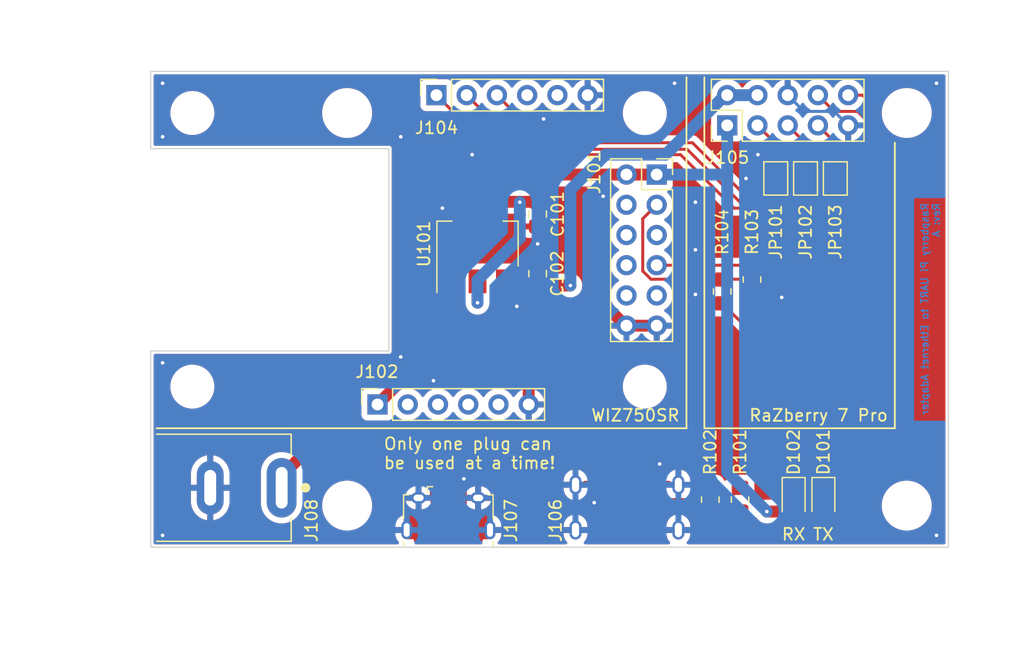
<source format=kicad_pcb>
(kicad_pcb (version 20221018) (generator pcbnew)
  (title_block (title "Raspberry Pi UART to Ethernet Adapter") (date "2024-02-06") (rev "A") (company "ElektroNik Zoller") (comment 1 "Nikolai Zoller") (comment 4 "CERN-OHL-P"))
  (layers (0 "F.Cu" signal) (31 "B.Cu" signal) (34 "B.Paste" user) (35 "F.Paste" user) (36 "B.SilkS" user "B.Silkscreen") (37 "F.SilkS" user "F.Silkscreen") (38 "B.Mask" user) (39 "F.Mask" user) (44 "Edge.Cuts" user))
  (net 0 "")
  (net 1 "+3V3")
  (net 2 "GND")
  (net 3 "+5V")
  (net 4 "/RXD")
  (net 5 "/nReset")
  (net 6 "/RTS")
  (net 7 "/DTR")
  (net 8 "/TXD")
  (net 9 "/DSR")
  (net 10 "/CTS")
  (net 11 "/SEL")
  (net 12 "/BOOT")
  (net 13 "/RXD2")
  (net 14 "/TXD2")
  (net 15 "/RSTN")
  (net 16 "/GPIO_D")
  (net 17 "/GPIO_C")
  (net 18 "/GPIO_B")
  (net 19 "/GPIO_A")
  (net 20 "/APP_BT")
  (net 21 "/GPIO_2")
  (net 22 "/GPIO_3")
  (net 23 "/GPIO_4")
  (net 24 "Net-(J106-CC1)")
  (net 25 "Net-(J106-CC2)")
  (net 29 "Net-(D101-K)")
  (net 30 "Net-(D102-K)")
  (footprint "MountingHole:MountingHole_2.7mm_M2.5_DIN965" (layer "F.Cu") (at 161.5 96.5)
    (fp_text reference "H103" hide)
    (fp_text value "MountingHole" hide)
    (pad "" np_thru_hole circle (at 0 0) (size 2.7 2.7) (drill 2.7) (layers "*.Cu" "*.Mask"))
  )
  (footprint "Resistor_SMD:R_0805_2012Metric_Pad1.20x1.40mm_HandSolder" (layer "F.Cu") (at 169.5 106 -90)
    (fp_text reference "R101" (at -4 0 90) (layer "F.SilkS"))
    (fp_text value "5.1k" hide)
    (fp_line (start -0.227064 -0.735) (end 0.227064 -0.735) (stroke (width 0.12)) (layer "F.SilkS"))
    (fp_line (start -0.227064 0.735) (end 0.227064 0.735) (stroke (width 0.12)) (layer "F.SilkS"))
    (pad "1" smd roundrect (at -1 0 270) (size 1.2 1.4) (layers "F.Cu" "F.Paste" "F.Mask") (roundrect_rratio 0.2083333333) (net 24 "Net-(J106-CC1)"))
    (pad "2" smd roundrect (at 1 0 270) (size 1.2 1.4) (layers "F.Cu" "F.Paste" "F.Mask") (roundrect_rratio 0.2083333333) (net 2 "GND"))
  )
  (footprint "Resistor_SMD:R_0805_2012Metric_Pad1.20x1.40mm_HandSolder" (layer "F.Cu") (at 168 88.5 90)
    (fp_text reference "R104" (at 5 0 90) (layer "F.SilkS"))
    (fp_text value "470R" hide)
    (fp_line (start -0.227064 -0.735) (end 0.227064 -0.735) (stroke (width 0.12)) (layer "F.SilkS"))
    (fp_line (start -0.227064 0.735) (end 0.227064 0.735) (stroke (width 0.12)) (layer "F.SilkS"))
    (pad "1" smd roundrect (at -1 0 90) (size 1.2 1.4) (layers "F.Cu" "F.Paste" "F.Mask") (roundrect_rratio 0.2083333333) (net 30 "Net-(D102-K)"))
    (pad "2" smd roundrect (at 1 0 90) (size 1.2 1.4) (layers "F.Cu" "F.Paste" "F.Mask") (roundrect_rratio 0.2083333333) (net 4 "/RXD"))
  )
  (footprint "LED_SMD:LED_0805_2012Metric_Pad1.15x1.40mm_HandSolder" (layer "F.Cu") (at 174 106 -90)
    (fp_text reference "D102" (at -4 0 90) (layer "F.SilkS"))
    (fp_text value "GN" hide)
    (fp_line (start -1.86 -0.96) (end -1.86 0.96) (stroke (width 0.12)) (layer "F.SilkS"))
    (fp_line (start -1.86 0.96) (end 1 0.96) (stroke (width 0.12)) (layer "F.SilkS"))
    (fp_line (start 1 -0.96) (end -1.86 -0.96) (stroke (width 0.12)) (layer "F.SilkS"))
    (pad "1" smd roundrect (at -1.025 0 270) (size 1.15 1.4) (layers "F.Cu" "F.Paste" "F.Mask") (roundrect_rratio 0.2173913043) (net 30 "Net-(D102-K)"))
    (pad "2" smd roundrect (at 1.025 0 270) (size 1.15 1.4) (layers "F.Cu" "F.Paste" "F.Mask") (roundrect_rratio 0.2173913043) (net 1 "+3V3"))
  )
  (footprint "Resistor_SMD:R_0805_2012Metric_Pad1.20x1.40mm_HandSolder" (layer "F.Cu") (at 170.5 87.5 90)
    (fp_text reference "R103" (at 4 0 90) (layer "F.SilkS"))
    (fp_text value "470R" hide)
    (fp_line (start -0.227064 -0.735) (end 0.227064 -0.735) (stroke (width 0.12)) (layer "F.SilkS"))
    (fp_line (start -0.227064 0.735) (end 0.227064 0.735) (stroke (width 0.12)) (layer "F.SilkS"))
    (pad "1" smd roundrect (at -1 0 90) (size 1.2 1.4) (layers "F.Cu" "F.Paste" "F.Mask") (roundrect_rratio 0.2083333333) (net 29 "Net-(D101-K)"))
    (pad "2" smd roundrect (at 1 0 90) (size 1.2 1.4) (layers "F.Cu" "F.Paste" "F.Mask") (roundrect_rratio 0.2083333333) (net 8 "/TXD"))
  )
  (footprint "MountingHole:MountingHole_2.7mm_M2.5_DIN965" (layer "F.Cu") (at 123.5 96.5)
    (fp_text reference "H104" hide)
    (fp_text value "MountingHole" hide)
    (pad "" np_thru_hole circle (at 0 0) (size 2.7 2.7) (drill 2.7) (layers "*.Cu" "*.Mask"))
  )
  (footprint "Connector_PinHeader_2.54mm:PinHeader_2x05_P2.54mm_Vertical" (layer "F.Cu") (at 168.42 74.54 90)
    (fp_text reference "J105" (at -2.71 0.04 180) (layer "F.SilkS"))
    (fp_text value "Conn_02x05_Odd_Even" hide)
    (fp_line (start -1.33 -1.33) (end 0 -1.33) (stroke (width 0.12)) (layer "F.SilkS"))
    (fp_line (start -1.33 0) (end -1.33 -1.33) (stroke (width 0.12)) (layer "F.SilkS"))
    (fp_line (start -1.33 1.27) (end -1.33 11.49) (stroke (width 0.12)) (layer "F.SilkS"))
    (fp_line (start -1.33 1.27) (end 1.27 1.27) (stroke (width 0.12)) (layer "F.SilkS"))
    (fp_line (start -1.33 11.49) (end 3.87 11.49) (stroke (width 0.12)) (layer "F.SilkS"))
    (fp_line (start 1.27 -1.33) (end 3.87 -1.33) (stroke (width 0.12)) (layer "F.SilkS"))
    (fp_line (start 1.27 1.27) (end 1.27 -1.33) (stroke (width 0.12)) (layer "F.SilkS"))
    (fp_line (start 3.87 -1.33) (end 3.87 11.49) (stroke (width 0.12)) (layer "F.SilkS"))
    (pad "1" thru_hole rect (at 0 0 90) (size 1.7 1.7) (drill 1) (layers "*.Cu" "*.Mask") (net 1 "+3V3"))
    (pad "2" thru_hole oval (at 2.54 0 90) (size 1.7 1.7) (drill 1) (layers "*.Cu" "*.Mask") (net 3 "+5V"))
    (pad "3" thru_hole oval (at 0 2.54 90) (size 1.7 1.7) (drill 1) (layers "*.Cu" "*.Mask") (net 21 "/GPIO_2"))
    (pad "4" thru_hole oval (at 2.54 2.54 90) (size 1.7 1.7) (drill 1) (layers "*.Cu" "*.Mask") (net 3 "+5V"))
    (pad "5" thru_hole oval (at 0 5.08 90) (size 1.7 1.7) (drill 1) (layers "*.Cu" "*.Mask") (net 22 "/GPIO_3"))
    (pad "6" thru_hole oval (at 2.54 5.08 90) (size 1.7 1.7) (drill 1) (layers "*.Cu" "*.Mask") (net 2 "GND"))
    (pad "7" thru_hole oval (at 0 7.62 90) (size 1.7 1.7) (drill 1) (layers "*.Cu" "*.Mask") (net 23 "/GPIO_4"))
    (pad "8" thru_hole oval (at 2.54 7.62 90) (size 1.7 1.7) (drill 1) (layers "*.Cu" "*.Mask") (net 8 "/TXD"))
    (pad "9" thru_hole oval (at 0 10.16 90) (size 1.7 1.7) (drill 1) (layers "*.Cu" "*.Mask") (net 2 "GND"))
    (pad "10" thru_hole oval (at 2.54 10.16 90) (size 1.7 1.7) (drill 1) (layers "*.Cu" "*.Mask") (net 4 "/RXD"))
  )
  (footprint "MountingHole:MountingHole_3.2mm_M3_DIN965" (layer "F.Cu") (at 183.5 73.5)
    (fp_text reference "H106" hide)
    (fp_text value "MountingHole" hide)
    (pad "" np_thru_hole circle (at 0 0) (size 3.2 3.2) (drill 3.2) (layers "*.Cu" "*.Mask"))
  )
  (footprint "Capacitor_SMD:C_0805_2012Metric_Pad1.18x1.45mm_HandSolder" (layer "F.Cu") (at 152.5 82 -90)
    (fp_text reference "C101" (at 0 -1.68 90) (layer "F.SilkS"))
    (fp_text value "100µF" hide)
    (fp_line (start -0.261252 -0.735) (end 0.261252 -0.735) (stroke (width 0.12)) (layer "F.SilkS"))
    (fp_line (start -0.261252 0.735) (end 0.261252 0.735) (stroke (width 0.12)) (layer "F.SilkS"))
    (pad "1" smd roundrect (at -1.0375 0 270) (size 1.175 1.45) (layers "F.Cu" "F.Paste" "F.Mask") (roundrect_rratio 0.2127659574) (net 1 "+3V3"))
    (pad "2" smd roundrect (at 1.0375 0 270) (size 1.175 1.45) (layers "F.Cu" "F.Paste" "F.Mask") (roundrect_rratio 0.2127659574) (net 2 "GND"))
  )
  (footprint "Capacitor_SMD:C_0805_2012Metric_Pad1.18x1.45mm_HandSolder" (layer "F.Cu") (at 152.5 87 90)
    (fp_text reference "C102" (at 0 1.65 90) (layer "F.SilkS"))
    (fp_text value "10µF" hide)
    (fp_line (start -0.261252 -0.735) (end 0.261252 -0.735) (stroke (width 0.12)) (layer "F.SilkS"))
    (fp_line (start -0.261252 0.735) (end 0.261252 0.735) (stroke (width 0.12)) (layer "F.SilkS"))
    (pad "1" smd roundrect (at -1.0375 0 90) (size 1.175 1.45) (layers "F.Cu" "F.Paste" "F.Mask") (roundrect_rratio 0.2127659574) (net 3 "+5V"))
    (pad "2" smd roundrect (at 1.0375 0 90) (size 1.175 1.45) (layers "F.Cu" "F.Paste" "F.Mask") (roundrect_rratio 0.2127659574) (net 2 "GND"))
  )
  (footprint "Connector_USB:USB_Micro-B_Amphenol_10118194_Horizontal" (layer "F.Cu") (at 145 107.25)
    (fp_text reference "J107" (at 5.25 0.5 90) (layer "F.SilkS"))
    (fp_text value "USB_B_Micro" hide)
    (fp_line (start -3.76 -1.66) (end -3.34 -1.66) (stroke (width 0.12)) (layer "F.SilkS"))
    (fp_line (start -3.76 0.32) (end -3.76 -1.66) (stroke (width 0.12)) (layer "F.SilkS"))
    (fp_line (start -3.76 2.69) (end -3.76 2.29) (stroke (width 0.12)) (layer "F.SilkS"))
    (fp_line (start -1.76 -1.89) (end -1.76 -2.34) (stroke (width 0.12)) (layer "F.SilkS"))
    (fp_line (start -1.31 -2.34) (end -1.76 -2.34) (stroke (width 0.12)) (layer "F.SilkS"))
    (fp_line (start 3.76 -1.66) (end 3.34 -1.66) (stroke (width 0.12)) (layer "F.SilkS"))
    (fp_line (start 3.76 0.32) (end 3.76 -1.66) (stroke (width 0.12)) (layer "F.SilkS"))
    (fp_line (start 3.76 2.29) (end 3.76 2.69) (stroke (width 0.12)) (layer "F.SilkS"))
    (pad "1" smd rect (at -1.3 -1.4) (size 0.4 1.35) (layers "F.Cu" "F.Paste" "F.Mask") (net 3 "+5V"))
    (pad "2" smd rect (at -0.65 -1.4) (size 0.4 1.35) (layers "F.Cu" "F.Paste" "F.Mask"))
    (pad "3" smd rect (at 0 -1.4) (size 0.4 1.35) (layers "F.Cu" "F.Paste" "F.Mask"))
    (pad "4" smd rect (at 0.65 -1.4) (size 0.4 1.35) (layers "F.Cu" "F.Paste" "F.Mask"))
    (pad "5" smd rect (at 1.3 -1.4) (size 0.4 1.35) (layers "F.Cu" "F.Paste" "F.Mask") (net 2 "GND"))
    (pad "6" thru_hole oval (at -3.5 1.3) (size 0.89 1.55) (drill oval 0.5 1.15) (layers "*.Cu" "*.Mask") (net 2 "GND"))
    (pad "6" smd rect (at -2.9 1.3) (size 1.2 1.55) (layers "F.Cu" "F.Paste" "F.Mask") (net 2 "GND"))
    (pad "6" thru_hole oval (at -2.5 -1.4) (size 1.25 0.95) (drill oval 0.85 0.55) (layers "*.Cu" "*.Mask") (net 2 "GND"))
    (pad "6" smd rect (at -1 1.3) (size 1.5 1.55) (layers "F.Cu" "F.Paste" "F.Mask") (net 2 "GND"))
    (pad "6" smd rect (at 1 1.3) (size 1.5 1.55) (layers "F.Cu" "F.Paste" "F.Mask") (net 2 "GND"))
    (pad "6" thru_hole oval (at 2.5 -1.4) (size 1.25 0.95) (drill oval 0.85 0.55) (layers "*.Cu" "*.Mask") (net 2 "GND"))
    (pad "6" smd rect (at 2.9 1.3) (size 1.2 1.55) (layers "F.Cu" "F.Paste" "F.Mask") (net 2 "GND"))
    (pad "6" thru_hole oval (at 3.5 1.3) (size 0.89 1.55) (drill oval 0.5 1.15) (layers "*.Cu" "*.Mask") (net 2 "GND"))
  )
  (footprint "MountingHole:MountingHole_2.7mm_M2.5_DIN965" (layer "F.Cu") (at 123.5 73.5)
    (fp_text reference "H101" hide)
    (fp_text value "MountingHole" hide)
    (pad "" np_thru_hole circle (at 0 0) (size 2.7 2.7) (drill 2.7) (layers "*.Cu" "*.Mask"))
  )
  (footprint "Connector_User:CUI_PJ-037A_Board-Edge" (layer "F.Cu") (at 131 105 180)
    (fp_text reference "J108" (at -2.5 -2.75 270) (layer "F.SilkS") (effects (font (size 1.000913 1.000913))))
    (fp_text value "Barrel_Jack" hide)
    (fp_line (start -0.8 -4.5) (end 10.5 -4.5) (stroke (width 0.127)) (layer "F.SilkS"))
    (fp_line (start -0.8 -2.55) (end -0.8 -4.5) (stroke (width 0.127)) (layer "F.SilkS"))
    (fp_line (start -0.8 4.5) (end -0.8 2.65) (stroke (width 0.127)) (layer "F.SilkS"))
    (fp_line (start 10.5 4.5) (end -0.8 4.5) (stroke (width 0.127)) (layer "F.SilkS"))
    (fp_circle (center -2 0) (end -1.8 0) (stroke (width 0.4)) (fill none) (layer "F.SilkS"))
    (pad "1" thru_hole oval (at 0 0 180) (size 2.5 5) (drill oval 1 3.5) (layers "*.Cu" "*.Mask") (net 3 "+5V"))
    (pad "2" thru_hole oval (at 6 0 180) (size 2.25 4.5) (drill oval 1 3) (layers "*.Cu" "*.Mask") (net 2 "GND"))
  )
  (footprint "Jumper:SolderJumper-2_P1.3mm_Open_TrianglePad1.0x1.5mm" (layer "F.Cu") (at 177.5 79 90)
    (fp_text reference "JP103" (at -4.5 0 90) (layer "F.SilkS"))
    (fp_text value "SolderJumper_2_Open" hide)
    (fp_line (start -1.4 -1) (end 1.4 -1) (stroke (width 0.12)) (layer "F.SilkS"))
    (fp_line (start -1.4 1) (end -1.4 -1) (stroke (width 0.12)) (layer "F.SilkS"))
    (fp_line (start 1.4 -1) (end 1.4 1) (stroke (width 0.12)) (layer "F.SilkS"))
    (fp_line (start 1.4 1) (end -1.4 1) (stroke (width 0.12)) (layer "F.SilkS"))
    (pad "1" smd custom (at -0.725 0 90) (size 0.3 0.3) (layers "F.Cu" "F.Mask") (net 16 "/GPIO_D") (options (clearance outline) (anchor rect)) (primitives (gr_poly (pts (xy 1 0) (xy 0.5 0.75) (xy -0.5 0.75) (xy -0.5 -0.75) (xy 0.5 -0.75)) (width 0) (fill yes))))
    (pad "2" smd custom (at 0.725 0 90) (size 0.3 0.3) (layers "F.Cu" "F.Mask") (net 23 "/GPIO_4") (options (clearance outline) (anchor rect)) (primitives (gr_poly (pts (xy 0.5 0.75) (xy -0.65 0.75) (xy -0.15 0) (xy -0.65 -0.75) (xy 0.5 -0.75)) (width 0) (fill yes))))
  )
  (footprint "Connector_PinSocket_2.54mm:PinSocket_1x06_P2.54mm_Vertical" (layer "F.Cu") (at 139.05 98 90)
    (fp_text reference "J102" (at 2.75 -0.05 180) (layer "F.SilkS"))
    (fp_text value "Conn_01x06" hide)
    (fp_line (start -1.33 1.27) (end -1.33 14.03) (stroke (width 0.12)) (layer "F.SilkS"))
    (fp_line (start -1.33 1.27) (end 1.33 1.27) (stroke (width 0.12)) (layer "F.SilkS"))
    (fp_line (start -1.33 14.03) (end 1.33 14.03) (stroke (width 0.12)) (layer "F.SilkS"))
    (fp_line (start 0 -1.33) (end 1.33 -1.33) (stroke (width 0.12)) (layer "F.SilkS"))
    (fp_line (start 1.33 -1.33) (end 1.33 0) (stroke (width 0.12)) (layer "F.SilkS"))
    (fp_line (start 1.33 1.27) (end 1.33 14.03) (stroke (width 0.12)) (layer "F.SilkS"))
    (pad "1" thru_hole rect (at 0 0 90) (size 1.7 1.7) (drill 1) (layers "*.Cu" "*.Mask") (net 1 "+3V3"))
    (pad "2" thru_hole oval (at 0 2.54 90) (size 1.7 1.7) (drill 1) (layers "*.Cu" "*.Mask") (net 12 "/BOOT"))
    (pad "3" thru_hole oval (at 0 5.08 90) (size 1.7 1.7) (drill 1) (layers "*.Cu" "*.Mask") (net 13 "/RXD2"))
    (pad "4" thru_hole oval (at 0 7.62 90) (size 1.7 1.7) (drill 1) (layers "*.Cu" "*.Mask") (net 14 "/TXD2"))
    (pad "5" thru_hole oval (at 0 10.16 90) (size 1.7 1.7) (drill 1) (layers "*.Cu" "*.Mask") (net 15 "/RSTN"))
    (pad "6" thru_hole oval (at 0 12.7 90) (size 1.7 1.7) (drill 1) (layers "*.Cu" "*.Mask") (net 2 "GND"))
  )
  (footprint "Connector_PinSocket_2.54mm:PinSocket_2x06_P2.54mm_Vertical" (layer "F.Cu") (at 162.5 78.675)
    (fp_text reference "J101" (at -5.25 -0.175 90) (layer "F.SilkS"))
    (fp_text value "Conn_02x06_Odd_Even" hide)
    (fp_line (start -3.87 -1.33) (end -3.87 14.03) (stroke (width 0.12)) (layer "F.SilkS"))
    (fp_line (start -3.87 -1.33) (end -1.27 -1.33) (stroke (width 0.12)) (layer "F.SilkS"))
    (fp_line (start -3.87 14.03) (end 1.33 14.03) (stroke (width 0.12)) (layer "F.SilkS"))
    (fp_line (start -1.27 -1.33) (end -1.27 1.27) (stroke (width 0.12)) (layer "F.SilkS"))
    (fp_line (start -1.27 1.27) (end 1.33 1.27) (stroke (width 0.12)) (layer "F.SilkS"))
    (fp_line (start 0 -1.33) (end 1.33 -1.33) (stroke (width 0.12)) (layer "F.SilkS"))
    (fp_line (start 1.33 -1.33) (end 1.33 0) (stroke (width 0.12)) (layer "F.SilkS"))
    (fp_line (start 1.33 1.27) (end 1.33 14.03) (stroke (width 0.12)) (layer "F.SilkS"))
    (pad "1" thru_hole rect (at 0 0) (size 1.7 1.7) (drill 1) (layers "*.Cu" "*.Mask") (net 1 "+3V3"))
    (pad "2" thru_hole oval (at -2.54 0) (size 1.7 1.7) (drill 1) (layers "*.Cu" "*.Mask") (net 1 "+3V3"))
    (pad "3" thru_hole oval (at 0 2.54) (size 1.7 1.7) (drill 1) (layers "*.Cu" "*.Mask") (net 4 "/RXD"))
    (pad "4" thru_hole oval (at -2.54 2.54) (size 1.7 1.7) (drill 1) (layers "*.Cu" "*.Mask") (net 5 "/nReset"))
    (pad "5" thru_hole oval (at 0 5.08) (size 1.7 1.7) (drill 1) (layers "*.Cu" "*.Mask") (net 6 "/RTS"))
    (pad "6" thru_hole oval (at -2.54 5.08) (size 1.7 1.7) (drill 1) (layers "*.Cu" "*.Mask") (net 7 "/DTR"))
    (pad "7" thru_hole oval (at 0 7.62) (size 1.7 1.7) (drill 1) (layers "*.Cu" "*.Mask") (net 8 "/TXD"))
    (pad "8" thru_hole oval (at -2.54 7.62) (size 1.7 1.7) (drill 1) (layers "*.Cu" "*.Mask") (net 9 "/DSR"))
    (pad "9" thru_hole oval (at 0 10.16) (size 1.7 1.7) (drill 1) (layers "*.Cu" "*.Mask") (net 10 "/CTS"))
    (pad "10" thru_hole oval (at -2.54 10.16) (size 1.7 1.7) (drill 1) (layers "*.Cu" "*.Mask") (net 11 "/SEL"))
    (pad "11" thru_hole oval (at 0 12.7) (size 1.7 1.7) (drill 1) (layers "*.Cu" "*.Mask") (net 2 "GND"))
    (pad "12" thru_hole oval (at -2.54 12.7) (size 1.7 1.7) (drill 1) (layers "*.Cu" "*.Mask") (net 2 "GND"))
  )
  (footprint "MountingHole:MountingHole_3.2mm_M3_DIN965" (layer "F.Cu") (at 136.5 106.5)
    (fp_text reference "H108" hide)
    (fp_text value "MountingHole" hide)
    (pad "" np_thru_hole circle (at 0 0) (size 3.2 3.2) (drill 3.2) (layers "*.Cu" "*.Mask"))
  )
  (footprint "Resistor_SMD:R_0805_2012Metric_Pad1.20x1.40mm_HandSolder" (layer "F.Cu") (at 167 106 -90)
    (fp_text reference "R102" (at -4 0 90) (layer "F.SilkS"))
    (fp_text value "5.1k" hide)
    (fp_line (start -0.227064 -0.735) (end 0.227064 -0.735) (stroke (width 0.12)) (layer "F.SilkS"))
    (fp_line (start -0.227064 0.735) (end 0.227064 0.735) (stroke (width 0.12)) (layer "F.SilkS"))
    (pad "1" smd roundrect (at -1 0 270) (size 1.2 1.4) (layers "F.Cu" "F.Paste" "F.Mask") (roundrect_rratio 0.2083333333) (net 25 "Net-(J106-CC2)"))
    (pad "2" smd roundrect (at 1 0 270) (size 1.2 1.4) (layers "F.Cu" "F.Paste" "F.Mask") (roundrect_rratio 0.2083333333) (net 2 "GND"))
  )
  (footprint "Jumper:SolderJumper-2_P1.3mm_Open_TrianglePad1.0x1.5mm" (layer "F.Cu") (at 172.5 79 90)
    (fp_text reference "JP101" (at -4.5 0 90) (layer "F.SilkS"))
    (fp_text value "SolderJumper_2_Open" hide)
    (fp_line (start -1.4 -1) (end 1.4 -1) (stroke (width 0.12)) (layer "F.SilkS"))
    (fp_line (start -1.4 1) (end -1.4 -1) (stroke (width 0.12)) (layer "F.SilkS"))
    (fp_line (start 1.4 -1) (end 1.4 1) (stroke (width 0.12)) (layer "F.SilkS"))
    (fp_line (start 1.4 1) (end -1.4 1) (stroke (width 0.12)) (layer "F.SilkS"))
    (pad "1" smd custom (at -0.725 0 90) (size 0.3 0.3) (layers "F.Cu" "F.Mask") (net 18 "/GPIO_B") (options (clearance outline) (anchor rect)) (primitives (gr_poly (pts (xy 1 0) (xy 0.5 0.75) (xy -0.5 0.75) (xy -0.5 -0.75) (xy 0.5 -0.75)) (width 0) (fill yes))))
    (pad "2" smd custom (at 0.725 0 90) (size 0.3 0.3) (layers "F.Cu" "F.Mask") (net 21 "/GPIO_2") (options (clearance outline) (anchor rect)) (primitives (gr_poly (pts (xy 0.5 0.75) (xy -0.65 0.75) (xy -0.15 0) (xy -0.65 -0.75) (xy 0.5 -0.75)) (width 0) (fill yes))))
  )
  (footprint "Jumper:SolderJumper-2_P1.3mm_Open_TrianglePad1.0x1.5mm" (layer "F.Cu") (at 175 79 90)
    (fp_text reference "JP102" (at -4.5 0 90) (layer "F.SilkS"))
    (fp_text value "SolderJumper_2_Open" hide)
    (fp_line (start -1.4 -1) (end 1.4 -1) (stroke (width 0.12)) (layer "F.SilkS"))
    (fp_line (start -1.4 1) (end -1.4 -1) (stroke (width 0.12)) (layer "F.SilkS"))
    (fp_line (start 1.4 -1) (end 1.4 1) (stroke (width 0.12)) (layer "F.SilkS"))
    (fp_line (start 1.4 1) (end -1.4 1) (stroke (width 0.12)) (layer "F.SilkS"))
    (pad "1" smd custom (at -0.725 0 90) (size 0.3 0.3) (layers "F.Cu" "F.Mask") (net 17 "/GPIO_C") (options (clearance outline) (anchor rect)) (primitives (gr_poly (pts (xy 1 0) (xy 0.5 0.75) (xy -0.5 0.75) (xy -0.5 -0.75) (xy 0.5 -0.75)) (width 0) (fill yes))))
    (pad "2" smd custom (at 0.725 0 90) (size 0.3 0.3) (layers "F.Cu" "F.Mask") (net 22 "/GPIO_3") (options (clearance outline) (anchor rect)) (primitives (gr_poly (pts (xy 0.5 0.75) (xy -0.65 0.75) (xy -0.15 0) (xy -0.65 -0.75) (xy 0.5 -0.75)) (width 0) (fill yes))))
  )
  (footprint "Package_TO_SOT_SMD:SOT-223-3_TabPin2" (layer "F.Cu") (at 147.45 84.5 90)
    (fp_text reference "U101" (at 0 -4.5 90) (layer "F.SilkS"))
    (fp_text value "TLV1117-33" hide)
    (fp_line (start -4.1 -3.41) (end 1.91 -3.41) (stroke (width 0.12)) (layer "F.SilkS"))
    (fp_line (start -1.85 3.41) (end 1.91 3.41) (stroke (width 0.12)) (layer "F.SilkS"))
    (fp_line (start 1.91 -3.41) (end 1.91 -2.15) (stroke (width 0.12)) (layer "F.SilkS"))
    (fp_line (start 1.91 3.41) (end 1.91 2.15) (stroke (width 0.12)) (layer "F.SilkS"))
    (pad "1" smd rect (at -3.15 -2.3 90) (size 2 1.5) (layers "F.Cu" "F.Paste" "F.Mask") (net 2 "GND"))
    (pad "2" smd rect (at -3.15 0 90) (size 2 1.5) (layers "F.Cu" "F.Paste" "F.Mask") (net 1 "+3V3"))
    (pad "2" smd rect (at 3.15 0 90) (size 2 3.8) (layers "F.Cu" "F.Paste" "F.Mask") (net 1 "+3V3"))
    (pad "3" smd rect (at -3.15 2.3 90) (size 2 1.5) (layers "F.Cu" "F.Paste" "F.Mask") (net 3 "+5V"))
  )
  (footprint "LED_SMD:LED_0805_2012Metric_Pad1.15x1.40mm_HandSolder" (layer "F.Cu") (at 176.5 106 -90)
    (fp_text reference "D101" (at -4 0 90) (layer "F.SilkS"))
    (fp_text value "GN" hide)
    (fp_line (start -1.86 -0.96) (end -1.86 0.96) (stroke (width 0.12)) (layer "F.SilkS"))
    (fp_line (start -1.86 0.96) (end 1 0.96) (stroke (width 0.12)) (layer "F.SilkS"))
    (fp_line (start 1 -0.96) (end -1.86 -0.96) (stroke (width 0.12)) (layer "F.SilkS"))
    (pad "1" smd roundrect (at -1.025 0 270) (size 1.15 1.4) (layers "F.Cu" "F.Paste" "F.Mask") (roundrect_rratio 0.2173913043) (net 29 "Net-(D101-K)"))
    (pad "2" smd roundrect (at 1.025 0 270) (size 1.15 1.4) (layers "F.Cu" "F.Paste" "F.Mask") (roundrect_rratio 0.2173913043) (net 1 "+3V3"))
  )
  (footprint "MountingHole:MountingHole_3.2mm_M3_DIN965" (layer "F.Cu") (at 136.5 73.5)
    (fp_text reference "H105" hide)
    (fp_text value "MountingHole" hide)
    (pad "" np_thru_hole circle (at 0 0) (size 3.2 3.2) (drill 3.2) (layers "*.Cu" "*.Mask"))
  )
  (footprint "MountingHole:MountingHole_3.2mm_M3_DIN965" (layer "F.Cu") (at 183.5 106.5)
    (fp_text reference "H107" hide)
    (fp_text value "MountingHole" hide)
    (pad "" np_thru_hole circle (at 0 0) (size 3.2 3.2) (drill 3.2) (layers "*.Cu" "*.Mask"))
  )
  (footprint "Connector_User:GCT_USB4125-GF-A" (layer "F.Cu") (at 160 107.75)
    (fp_text reference "J106" (at -6 0 90) (layer "F.SilkS"))
    (fp_text value "USB4125-GF-A" hide)
    (pad "A5" smd rect (at -0.5 -3.08) (size 0.7 1.2) (layers "F.Cu" "F.Paste" "F.Mask") (net 24 "Net-(J106-CC1)"))
    (pad "A9" smd rect (at 1.52 -3.08) (size 0.76 1.2) (layers "F.Cu" "F.Paste" "F.Mask") (net 3 "+5V"))
    (pad "A12" smd rect (at 2.75 -3.08) (size 0.8 1.2) (layers "F.Cu" "F.Paste" "F.Mask") (net 2 "GND"))
    (pad "B5" smd rect (at 0.5 -3.08) (size 0.7 1.2) (layers "F.Cu" "F.Paste" "F.Mask") (net 25 "Net-(J106-CC2)"))
    (pad "B9" smd rect (at -1.52 -3.08) (size 0.76 1.2) (layers "F.Cu" "F.Paste" "F.Mask") (net 3 "+5V"))
    (pad "B12" smd rect (at -2.75 -3.08) (size 0.8 1.2) (layers "F.Cu" "F.Paste" "F.Mask") (net 2 "GND"))
    (pad "S1" thru_hole oval (at -4.32 -3) (size 1 1.6) (drill oval 0.6 1.2) (layers "*.Cu") (net 2 "GND"))
    (pad "S1" thru_hole oval (at -4.32 0.8) (size 1 1.6) (drill oval 0.6 1.2) (layers "*.Cu") (net 2 "GND"))
    (pad "S1" thru_hole oval (at 4.32 -3) (size 1 1.6) (drill oval 0.6 1.2) (layers "*.Cu") (net 2 "GND"))
    (pad "S1" thru_hole oval (at 4.32 0.8) (size 1 1.6) (drill oval 0.6 1.2) (layers "*.Cu") (net 2 "GND"))
  )
  (footprint "Connector_PinSocket_2.54mm:PinSocket_1x06_P2.54mm_Vertical" (layer "F.Cu") (at 144 72 90)
    (fp_text reference "J104" (at -2.75 0) (layer "F.SilkS"))
    (fp_text value "Conn_01x06" hide)
    (fp_line (start -1.33 1.27) (end -1.33 14.03) (stroke (width 0.12)) (layer "F.SilkS"))
    (fp_line (start -1.33 1.27) (end 1.33 1.27) (stroke (width 0.12)) (layer "F.SilkS"))
    (fp_line (start -1.33 14.03) (end 1.33 14.03) (stroke (width 0.12)) (layer "F.SilkS"))
    (fp_line (start 0 -1.33) (end 1.33 -1.33) (stroke (width 0.12)) (layer "F.SilkS"))
    (fp_line (start 1.33 -1.33) (end 1.33 0) (stroke (width 0.12)) (layer "F.SilkS"))
    (fp_line (start 1.33 1.27) (end 1.33 14.03) (stroke (width 0.12)) (layer "F.SilkS"))
    (pad "1" thru_hole rect (at 0 0 90) (size 1.7 1.7) (drill 1) (layers "*.Cu" "*.Mask") (net 16 "/GPIO_D"))
    (pad "2" thru_hole oval (at 0 2.54 90) (size 1.7 1.7) (drill 1) (layers "*.Cu" "*.Mask") (net 17 "/GPIO_C"))
    (pad "3" thru_hole oval (at 0 5.08 90) (size 1.7 1.7) (drill 1) (layers "*.Cu" "*.Mask") (net 18 "/GPIO_B"))
    (pad "4" thru_hole oval (at 0 7.62 90) (size 1.7 1.7) (drill 1) (layers "*.Cu" "*.Mask") (net 19 "/GPIO_A"))
    (pad "5" thru_hole oval (at 0 10.16 90) (size 1.7 1.7) (drill 1) (layers "*.Cu" "*.Mask") (net 20 "/APP_BT"))
    (pad "6" thru_hole oval (at 0 12.7 90) (size 1.7 1.7) (drill 1) (layers "*.Cu" "*.Mask") (net 2 "GND"))
  )
  (footprint "MountingHole:MountingHole_2.7mm_M2.5_DIN965" (layer "F.Cu") (at 161.5 73.5)
    (fp_text reference "H102" hide)
    (fp_text value "MountingHole" hide)
    (pad "" np_thru_hole circle (at 0 0) (size 2.7 2.7) (drill 2.7) (layers "*.Cu" "*.Mask"))
  )
  (footprint "Drawings_User:elektronik-emblem_10x11.6_solder" (layer "B.Cu") (at 175.5 90 180)
    (fp_text reference "G***" hide)
    (fp_text value "LOGO" hide)
  )
  (gr_line (start 165 100) (end 120.5 100) (stroke (width 0.15)) (layer "F.SilkS"))
  (gr_line (start 165 70.5) (end 165 100) (stroke (width 0.15)) (layer "F.SilkS"))
  (gr_line (start 166.5 100) (end 182.5 100) (stroke (width 0.15)) (layer "F.SilkS"))
  (gr_line (start 166.5 70.5) (end 166.5 100) (stroke (width 0.15)) (layer "F.SilkS"))
  (gr_line (start 182.5 100) (end 182.5 76) (stroke (width 0.15)) (layer "F.SilkS"))
  (gr_line (start 120 110) (end 120 93.5) (stroke (width 0.1)) (layer "Edge.Cuts"))
  (gr_line (start 140 93.5) (end 140 76.5) (stroke (width 0.1)) (layer "Edge.Cuts"))
  (gr_line (start 140 76.5) (end 120 76.5) (stroke (width 0.1)) (layer "Edge.Cuts"))
  (gr_line (start 187 70) (end 187 110) (stroke (width 0.1)) (layer "Edge.Cuts"))
  (gr_line (start 120 70) (end 187 70) (stroke (width 0.1)) (layer "Edge.Cuts"))
  (gr_line (start 187 110) (end 120 110) (stroke (width 0.1)) (layer "Edge.Cuts"))
  (gr_line (start 120 93.5) (end 140 93.5) (stroke (width 0.1)) (layer "Edge.Cuts"))
  (gr_line (start 120 76.5) (end 120 70) (stroke (width 0.1)) (layer "Edge.Cuts"))
  (gr_text "${TITLE}\nRev: ${REVISION}" (at 185.5 81 90) (layer "B.Cu") (effects (font (size 0.6 0.6) (thickness 0.12) bold) (justify left mirror)))
  (gr_text "RaZberry 7 Pro" (at 182 99.5) (layer "F.SilkS") (effects (font (size 1 1)) (justify right bottom)))
  (gr_text "WIZ750SR" (at 164.5 99.5) (layer "F.SilkS") (effects (font (size 1 1)) (justify right bottom)))
  (gr_text "Only one plug can\nbe used at a time!" (at 139.5 103.5) (layer "F.SilkS") (effects (font (size 1 1)) (justify left bottom)))
  (gr_text "RX" (at 174 109.5) (layer "F.SilkS") (effects (font (size 1 1)) (justify bottom)))
  (gr_text "TX" (at 176.5 109.5) (layer "F.SilkS") (effects (font (size 1 1)) (justify bottom)))
  (segment (start 152.5 80.9625) (end 147.8375 80.9625) (width 1) (layer "F.Cu") (net 1))
  (segment (start 152.5 80.9625) (end 152.5 78.675) (width 1) (layer "F.Cu") (net 1))
  (segment (start 147.8375 80.9625) (end 147.45 81.35) (width 1) (layer "F.Cu") (net 1))
  (segment (start 152.5 78.675) (end 162.5 78.675) (width 1) (layer "F.Cu") (net 1))
  (segment (start 147.45 89.45) (end 147.45 87.65) (width 1) (layer "F.Cu") (net 1))
  (segment (start 147.2375 87.8625) (end 147.45 87.65) (width 1) (layer "F.Cu") (net 1))
  (segment (start 152.5 78.675) (end 145.075 78.675) (width 1) (layer "F.Cu") (net 1))
  (segment (start 143 80.75) (end 143 94.05) (width 1) (layer "F.Cu") (net 1))
  (segment (start 145.075 78.675) (end 143 80.75) (width 1) (layer "F.Cu") (net 1))
  (segment (start 171.75 107) (end 176.475 107) (width 1) (layer "F.Cu") (net 1))
  (segment (start 143 94.05) (end 139.05 98) (width 1) (layer "F.Cu") (net 1))
  (segment (start 176.475 107) (end 176.5 107.025) (width 1) (layer "F.Cu") (net 1))
  (via (at 147.45 89.45) (size 0.7) (drill 0.3) (layers "F.Cu" "B.Cu") (net 1))
  (via (at 171.75 107) (size 0.7) (drill 0.3) (layers "F.Cu" "B.Cu") (net 1))
  (via (at 151 81) (size 0.7) (drill 0.3) (layers "F.Cu" "B.Cu") (net 1))
  (segment (start 168.42 103.67) (end 168.42 78.675) (width 1) (layer "B.Cu") (net 1))
  (segment (start 171.75 107) (end 168.42 103.67) (width 1) (layer "B.Cu") (net 1))
  (segment (start 147.45 87.55) (end 147.45 89.45) (width 1) (layer "B.Cu") (net 1))
  (segment (start 168.42 78.675) (end 168.42 74.54) (width 1) (layer "B.Cu") (net 1))
  (segment (start 151 81) (end 151 84) (width 1) (layer "B.Cu") (net 1))
  (segment (start 162.5 78.675) (end 168.42 78.675) (width 1) (layer "B.Cu") (net 1))
  (segment (start 151 84) (end 147.45 87.55) (width 1) (layer "B.Cu") (net 1))
  (segment (start 151.75 96.25) (end 151.75 98) (width 1) (layer "F.Cu") (net 2))
  (segment (start 167 107) (end 169.5 107) (width 0.5) (layer "F.Cu") (net 2))
  (segment (start 159.875 91.375) (end 162.5 91.375) (width 1) (layer "F.Cu") (net 2))
  (segment (start 146.3 84.5) (end 152.5 84.5) (width 1) (layer "F.Cu") (net 2))
  (segment (start 162.75 103) (end 162.75 104.67) (width 0.5) (layer "F.Cu") (net 2))
  (segment (start 158 89.5) (end 159.875 91.375) (width 1) (layer "F.Cu") (net 2))
  (segment (start 146.3 108.25) (end 146 108.55) (width 0.5) (layer "F.Cu") (net 2))
  (segment (start 145.15 87.65) (end 145.15 85.65) (width 1) (layer "F.Cu") (net 2))
  (segment (start 157.25 106.25) (end 157.25 104.67) (width 0.5) (layer "F.Cu") (net 2))
  (segment (start 152.5 84.5) (end 156.5 84.5) (width 1) (layer "F.Cu") (net 2))
  (segment (start 145.15 89.65) (end 151.75 96.25) (width 1) (layer "F.Cu") (net 2))
  (segment (start 146.3 105.85) (end 146.3 104.25) (width 0.5) (layer "F.Cu") (net 2))
  (segment (start 156.5 84.5) (end 158 86) (width 1) (layer "F.Cu") (net 2))
  (segment (start 158 86) (end 158 89.5) (width 1) (layer "F.Cu") (net 2))
  (segment (start 152.5 84.5) (end 152.5 85.9625) (width 1) (layer "F.Cu") (net 2))
  (segment (start 145.15 87.65) (end 145.15 89.65) (width 1) (layer "F.Cu") (net 2))
  (segment (start 145.1625 87.6625) (end 145.15 87.65) (width 1) (layer "F.Cu") (net 2))
  (segment (start 152.5 84.5) (end 152.5 83.0375) (width 1) (layer "F.Cu") (net 2))
  (segment (start 146.3 105.85) (end 146.3 108.25) (width 0.5) (layer "F.Cu") (net 2))
  (segment (start 145.15 85.65) (end 146.3 84.5) (width 1) (layer "F.Cu") (net 2))
  (via (at 173 89) (size 0.7) (drill 0.3) (layers "F.Cu" "B.Cu") (net 2))
  (via (at 146.3 104.25) (size 0.7) (drill 0.3) (layers "F.Cu" "B.Cu") (net 2))
  (via (at 144.5 81.5) (size 0.7) (drill 0.3) (layers "F.Cu" "B.Cu") (net 2))
  (via (at 171 77) (size 0.7) (drill 0.3) (layers "F.Cu" "B.Cu") (net 2))
  (via (at 186 109) (size 0.7) (drill 0.3) (layers "F.Cu" "B.Cu") (net 2))
  (via (at 170 79) (size 0.7) (drill 0.3) (layers "F.Cu" "B.Cu") (net 2))
  (via (at 147 77) (size 0.7) (drill 0.3) (layers "F.Cu" "B.Cu") (net 2))
  (via (at 121 71) (size 0.7) (drill 0.3) (layers "F.Cu" "B.Cu") (net 2))
  (via (at 186 71) (size 0.7) (drill 0.3) (layers "F.Cu" "B.Cu") (net 2))
  (via (at 121 94.5) (size 0.7) (drill 0.3) (layers "F.Cu" "B.Cu") (net 2))
  (via (at 153 74) (size 0.7) (drill 0.3) (layers "F.Cu" "B.Cu") (net 2))
  (via (at 165.75 81) (size 0.7) (drill 0.3) (layers "F.Cu" "B.Cu") (net 2))
  (via (at 162.75 103) (size 0.7) (drill 0.3) (layers "F.Cu" "B.Cu") (net 2))
  (via (at 121 109) (size 0.7) (drill 0.3) (layers "F.Cu" "B.Cu") (net 2))
  (via (at 165.75 88.75) (size 0.7) (drill 0.3) (layers "F.Cu" "B.Cu") (net 2))
  (via (at 121 75.5) (size 0.7) (drill 0.3) (layers "F.Cu" "B.Cu") (net 2))
  (via (at 164 71) (size 0.7) (drill 0.3) (layers "F.Cu" "B.Cu") (net 2))
  (via (at 141 94) (size 0.7) (drill 0.3) (layers "F.Cu" "B.Cu") (net 2))
  (via (at 152.5 84.5) (size 0.7) (drill 0.3) (layers "F.Cu" "B.Cu") (net 2))
  (via (at 165.75 85) (size 0.7) (drill 0.3) (layers "F.Cu" "B.Cu") (net 2))
  (via (at 141 75.5) (size 0.7) (drill 0.3) (layers "F.Cu" "B.Cu") (net 2))
  (via (at 158 80.5) (size 0.7) (drill 0.3) (layers "F.Cu" "B.Cu") (net 2))
  (via (at 157.25 106.25) (size 0.7) (drill 0.3) (layers "F.Cu" "B.Cu") (net 2))
  (via (at 143.75 96) (size 0.7) (drill 0.3) (layers "F.Cu" "B.Cu") (net 2))
  (via (at 150.75 89.75) (size 0.7) (drill 0.3) (layers "F.Cu" "B.Cu") (net 2))
  (segment (start 173.5 72) (end 174.865 73.365) (width 0.25) (layer "B.Cu") (net 2))
  (segment (start 174.865 73.365) (end 177.405 73.365) (width 0.25) (layer "B.Cu") (net 2))
  (segment (start 177.405 73.365) (end 178.58 74.54) (width 0.25) (layer "B.Cu") (net 2))
  (segment (start 154.5 92) (end 152.5 90) (width 1) (layer "F.Cu") (net 3))
  (segment (start 154.5 102) (end 158.5 102) (width 1) (layer "F.Cu") (net 3))
  (segment (start 150.1375 88.0375) (end 149.75 87.65) (width 1) (layer "F.Cu") (net 3))
  (segment (start 144 102) (end 144.5 102) (width 1) (layer "F.Cu") (net 3))
  (segment (start 131 105) (end 131 104) (width 1) (layer "F.Cu") (net 3))
  (segment (start 131 104) (end 133 102) (width 1) (layer "F.Cu") (net 3))
  (segment (start 154.5 102) (end 154.5 92) (width 1) (layer "F.Cu") (net 3))
  (segment (start 143.7 102.3) (end 144 102) (width 0.5) (layer "F.Cu") (net 3))
  (segment (start 158.5 102) (end 161.5 102) (width 1) (layer "F.Cu") (net 3))
  (segment (start 133 102) (end 144 102) (width 1) (layer "F.Cu") (net 3))
  (segment (start 152.5 90) (end 152.5 88.0375) (width 1) (layer "F.Cu") (net 3))
  (segment (start 143.7 105.85) (end 143.7 102.3) (width 0.5) (layer "F.Cu") (net 3))
  (segment (start 144.35 102.15) (end 144.5 102) (width 0.5) (layer "F.Cu") (net 3))
  (segment (start 158.48 104.67) (end 158.48 102.02) (width 0.5) (layer "F.Cu") (net 3))
  (segment (start 161.52 102.02) (end 161.5 102) (width 1) (layer "F.Cu") (net 3))
  (segment (start 158.48 102.02) (end 158.5 102) (width 1) (layer "F.Cu") (net 3))
  (segment (start 161.52 104.67) (end 161.52 102.02) (width 0.5) (layer "F.Cu") (net 3))
  (segment (start 144.5 102) (end 154.5 102) (width 1) (layer "F.Cu") (net 3))
  (segment (start 152.5375 88) (end 152.5 88.0375) (width 1) (layer "F.Cu") (net 3))
  (segment (start 152.5 88.0375) (end 150.1375 88.0375) (width 1) (layer "F.Cu") (net 3))
  (segment (start 155.25 88) (end 152.5375 88) (width 1) (layer "F.Cu") (net 3))
  (via (at 155.25 88) (size 0.7) (drill 0.3) (layers "F.Cu" "B.Cu") (net 3))
  (segment (start 170.96 72) (end 168.42 72) (width 1) (layer "B.Cu") (net 3))
  (segment (start 168.25 72) (end 163.25 77) (width 1) (layer "B.Cu") (net 3))
  (segment (start 158.19913 77) (end 155.25 79.94913) (width 1) (layer "B.Cu") (net 3))
  (segment (start 163.25 77) (end 158.19913 77) (width 1) (layer "B.Cu") (net 3))
  (segment (start 168.42 72) (end 168.25 72) (width 1) (layer "B.Cu") (net 3))
  (segment (start 155.25 79.94913) (end 155.25 88) (width 1) (layer "B.Cu") (net 3))
  (segment (start 162.013299 87.47) (end 167.97 87.47) (width 0.25) (layer "F.Cu") (net 4))
  (segment (start 161.325 82.39) (end 161.325 86.781701) (width 0.25) (layer "F.Cu") (net 4))
  (segment (start 167.97 87.47) (end 168 87.5) (width 0.25) (layer "F.Cu") (net 4))
  (segment (start 174.53 87.47) (end 168.03 87.47) (width 0.25) (layer "F.Cu") (net 4))
  (segment (start 179.782081 72) (end 180.5 72.717919) (width 0.25) (layer "F.Cu") (net 4))
  (segment (start 180.5 81.5) (end 174.53 87.47) (width 0.25) (layer "F.Cu") (net 4))
  (segment (start 161.325 86.781701) (end 162.013299 87.47) (width 0.25) (layer "F.Cu") (net 4))
  (segment (start 162.5 81.215) (end 161.325 82.39) (width 0.25) (layer "F.Cu") (net 4))
  (segment (start 168.03 87.47) (end 168 87.5) (width 0.25) (layer "F.Cu") (net 4))
  (segment (start 180.5 72.717919) (end 180.5 81.5) (width 0.25) (layer "F.Cu") (net 4))
  (segment (start 178.58 72) (end 179.782081 72) (width 0.25) (layer "F.Cu") (net 4))
  (segment (start 180 74) (end 179.365 73.365) (width 0.25) (layer "F.Cu") (net 8))
  (segment (start 162.5 86.295) (end 170.295 86.295) (width 0.25) (layer "F.Cu") (net 8))
  (segment (start 170.5 86.5) (end 174.5 86.5) (width 0.25) (layer "F.Cu") (net 8))
  (segment (start 174.5 86.5) (end 180 81) (width 0.25) (layer "F.Cu") (net 8))
  (segment (start 170.295 86.295) (end 170.5 86.5) (width 0.25) (layer "F.Cu") (net 8))
  (segment (start 179.365 73.365) (end 177.405 73.365) (width 0.25) (layer "F.Cu") (net 8))
  (segment (start 180 81) (end 180 74) (width 0.25) (layer "F.Cu") (net 8))
  (segment (start 177.405 73.365) (end 176.04 72) (width 0.25) (layer "F.Cu") (net 8))
  (segment (start 176.5 81.5) (end 169 81.5) (width 0.25) (layer "F.Cu") (net 16))
  (segment (start 149 77) (end 144 72) (width 0.25) (layer "F.Cu") (net 16))
  (segment (start 169 81.5) (end 164.5 77) (width 0.25) (layer "F.Cu") (net 16))
  (segment (start 177.5 79.725) (end 177.5 80.5) (width 0.25) (layer "F.Cu") (net 16))
  (segment (start 177.5 80.5) (end 176.5 81.5) (width 0.25) (layer "F.Cu") (net 16))
  (segment (start 164.5 77) (end 149 77) (width 0.25) (layer "F.Cu") (net 16))
  (segment (start 174.5 81) (end 169.5 81) (width 0.25) (layer "F.Cu") (net 17))
  (segment (start 151.09 76.55) (end 146.54 72) (width 0.25) (layer "F.Cu") (net 17))
  (segment (start 175 79.725) (end 175 80.5) (width 0.25) (layer "F.Cu") (net 17))
  (segment (start 175 80.5) (end 174.5 81) (width 0.25) (layer "F.Cu") (net 17))
  (segment (start 165.05 76.55) (end 151.09 76.55) (width 0.25) (layer "F.Cu") (net 17))
  (segment (start 169.5 81) (end 165.05 76.55) (width 0.25) (layer "F.Cu") (net 17))
  (segment (start 165.5 76) (end 169.5 80) (width 0.25) (layer "F.Cu") (net 18))
  (segment (start 172.225 80) (end 172.5 79.725) (width 0.25) (layer "F.Cu") (net 18))
  (segment (start 169.5 80) (end 172.225 80) (width 0.25) (layer "F.Cu") (net 18))
  (segment (start 149.08 72) (end 153.08 76) (width 0.25) (layer "F.Cu") (net 18))
  (segment (start 153.08 76) (end 165.5 76) (width 0.25) (layer "F.Cu") (net 18))
  (segment (start 172.5 76.08) (end 172.5 78.275) (width 0.25) (layer "F.Cu") (net 21))
  (segment (start 170.96 74.54) (end 172.5 76.08) (width 0.25) (layer "F.Cu") (net 21))
  (segment (start 175 76.04) (end 175 78.275) (width 0.25) (layer "F.Cu") (net 22))
  (segment (start 173.5 74.54) (end 175 76.04) (width 0.25) (layer "F.Cu") (net 22))
  (segment (start 177.5 76) (end 177.5 78.275) (width 0.25) (layer "F.Cu") (net 23))
  (segment (start 176.04 74.54) (end 177.5 76) (width 0.25) (layer "F.Cu") (net 23))
  (segment (start 165.443413 106.5) (end 165.943413 106) (width 0.25) (layer "F.Cu") (net 24))
  (segment (start 159.5 104.67) (end 159.5 105.5) (width 0.25) (layer "F.Cu") (net 24))
  (segment (start 159.5 105.5) (end 160.5 106.5) (width 0.25) (layer "F.Cu") (net 24))
  (segment (start 168.5 106) (end 169.5 105) (width 0.25) (layer "F.Cu") (net 24))
  (segment (start 160.5 106.5) (end 165.443413 106.5) (width 0.25) (layer "F.Cu") (net 24))
  (segment (start 165.943413 106) (end 168.5 106) (width 0.25) (layer "F.Cu") (net 24))
  (segment (start 165 106) (end 166 105) (width 0.25) (layer "F.Cu") (net 25))
  (segment (start 166 105) (end 167 105) (width 0.25) (layer "F.Cu") (net 25))
  (segment (start 160.5 105.75) (end 160.75 106) (width 0.25) (layer "F.Cu") (net 25))
  (segment (start 160.5 104.67) (end 160.5 105.75) (width 0.25) (layer "F.Cu") (net 25))
  (segment (start 160.75 106) (end 165 106) (width 0.25) (layer "F.Cu") (net 25))
  (segment (start 176.5 94.5) (end 176.5 104.975) (width 0.25) (layer "F.Cu") (net 29))
  (segment (start 170.5 88.5) (end 176.5 94.5) (width 0.25) (layer "F.Cu") (net 29))
  (segment (start 168 89.5) (end 174 95.5) (width 0.25) (layer "F.Cu") (net 30))
  (segment (start 174 95.5) (end 174 104.975) (width 0.25) (layer "F.Cu") (net 30))
  (zone (net 2) (net_name "GND") (layer "F.Cu") (priority 1) (connect_pads yes (clearance 0.5)) (min_thickness 0.25) (fill yes (thermal_gap 0.5) (thermal_bridge_width 0.5))
    (polygon (pts (xy 141.5 107) (xy 148.5 107) (xy 147.75 110) (xy 142.25 110)))
  )
  (zone (net 2) (net_name "GND") (layers "F&B.Cu") (connect_pads (clearance 0.5)) (min_thickness 0.25) (fill yes (thermal_gap 0.5) (thermal_bridge_width 0.5))
    (polygon (pts (xy 120 70) (xy 187 70) (xy 187 110) (xy 120 110)))
  )
)
</source>
